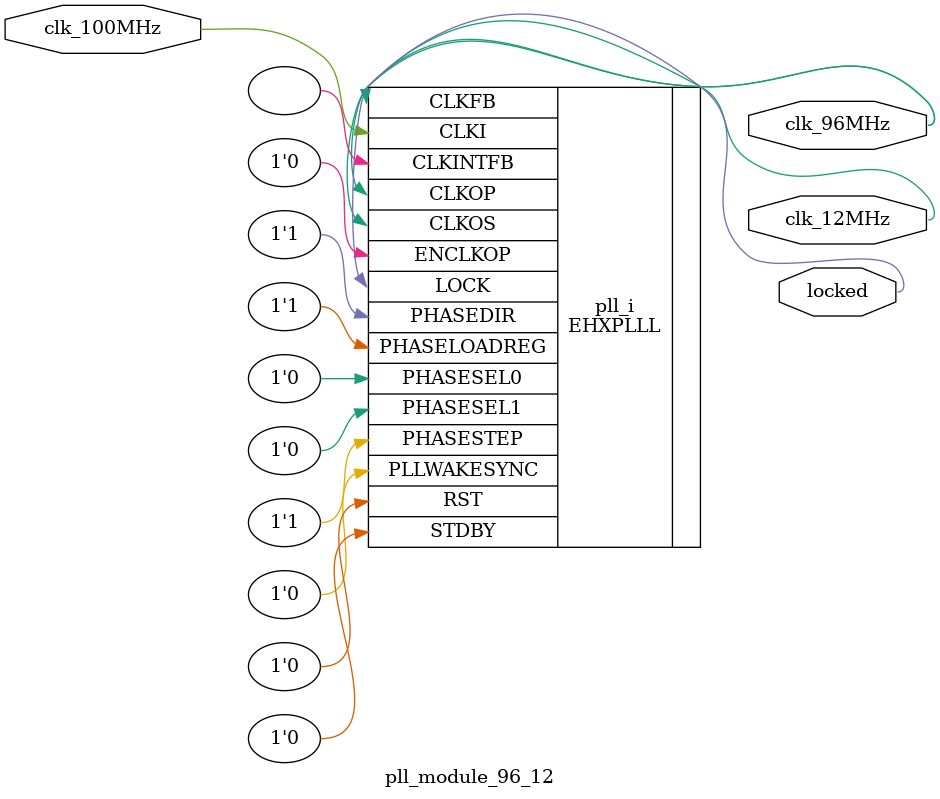
<source format=v>
module pll_module_96_12
(
    input clk_100MHz, // 100 MHz, 0 deg
    output clk_96MHz, // 96 MHz, 0 deg
    output clk_12MHz, // 12 MHz, 0 deg
    output locked
);
(* FREQUENCY_PIN_CLKI="100" *)
(* FREQUENCY_PIN_CLKOP="96" *)
(* FREQUENCY_PIN_CLKOS="12" *)
(* ICP_CURRENT="12" *) (* LPF_RESISTOR="8" *) (* MFG_ENABLE_FILTEROPAMP="1" *) (* MFG_GMCREF_SEL="2" *)
EHXPLLL #(
        .PLLRST_ENA("DISABLED"),
        .INTFB_WAKE("DISABLED"),
        .STDBY_ENABLE("DISABLED"),
        .DPHASE_SOURCE("DISABLED"),
        .OUTDIVIDER_MUXA("DIVA"),
        .OUTDIVIDER_MUXB("DIVB"),
        .OUTDIVIDER_MUXC("DIVC"),
        .OUTDIVIDER_MUXD("DIVD"),
        .CLKI_DIV(25),
        .CLKOP_ENABLE("ENABLED"),
        .CLKOP_DIV(6),
        .CLKOP_CPHASE(2),
        .CLKOP_FPHASE(0),
        .CLKOS_ENABLE("ENABLED"),
        .CLKOS_DIV(48),
        .CLKOS_CPHASE(2),
        .CLKOS_FPHASE(0),
        .FEEDBK_PATH("CLKOP"),
        .CLKFB_DIV(24)
    ) pll_i (
        .RST(1'b0),
        .STDBY(1'b0),
        .CLKI(clk_100MHz),
        .CLKOP(clk_96MHz),
        .CLKOS(clk_12MHz),
        .CLKFB(clk_96MHz),
        .CLKINTFB(),
        .PHASESEL0(1'b0),
        .PHASESEL1(1'b0),
        .PHASEDIR(1'b1),
        .PHASESTEP(1'b1),
        .PHASELOADREG(1'b1),
        .PLLWAKESYNC(1'b0),
        .ENCLKOP(1'b0),
        .LOCK(locked)
	);
endmodule

</source>
